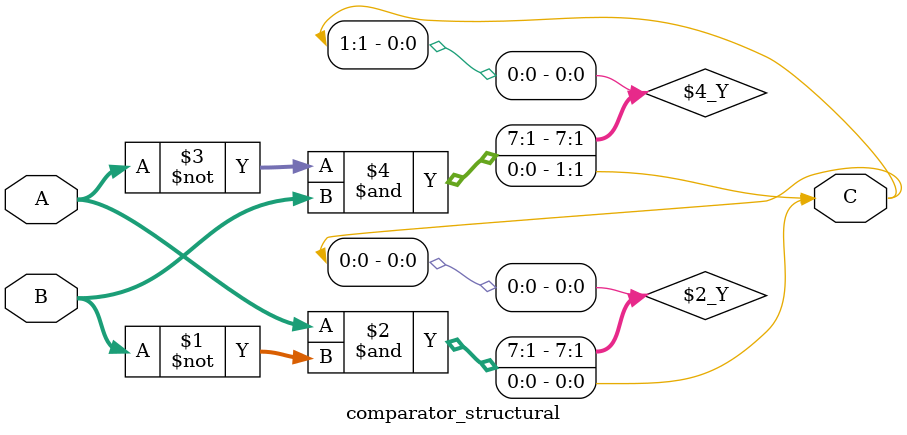
<source format=v>
module comparator_structural (A, B, C);

// ===== INPUTS =====
input [7:0] A, B;

// ===== OUTPUTS =====
output [1:0] C;

assign C[0] = (A & ~B);
assign C[1] = (~A & B);

endmodule

</source>
